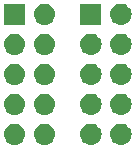
<source format=gbr>
G04 #@! TF.GenerationSoftware,KiCad,Pcbnew,(5.1.0-0)*
G04 #@! TF.CreationDate,2019-08-08T22:33:38-04:00*
G04 #@! TF.ProjectId,Dell Optiplex USB Header Sense Adapter,44656c6c-204f-4707-9469-706c65782055,rev?*
G04 #@! TF.SameCoordinates,Original*
G04 #@! TF.FileFunction,Soldermask,Top*
G04 #@! TF.FilePolarity,Negative*
%FSLAX46Y46*%
G04 Gerber Fmt 4.6, Leading zero omitted, Abs format (unit mm)*
G04 Created by KiCad (PCBNEW (5.1.0-0)) date 2019-08-08 22:33:38*
%MOMM*%
%LPD*%
G04 APERTURE LIST*
%ADD10C,0.100000*%
G04 APERTURE END LIST*
D10*
G36*
X165110443Y-98090519D02*
G01*
X165176627Y-98097037D01*
X165346466Y-98148557D01*
X165502991Y-98232222D01*
X165538729Y-98261552D01*
X165640186Y-98344814D01*
X165723448Y-98446271D01*
X165752778Y-98482009D01*
X165836443Y-98638534D01*
X165887963Y-98808373D01*
X165905359Y-98985000D01*
X165887963Y-99161627D01*
X165836443Y-99331466D01*
X165752778Y-99487991D01*
X165723448Y-99523729D01*
X165640186Y-99625186D01*
X165538729Y-99708448D01*
X165502991Y-99737778D01*
X165346466Y-99821443D01*
X165176627Y-99872963D01*
X165110443Y-99879481D01*
X165044260Y-99886000D01*
X164955740Y-99886000D01*
X164889557Y-99879481D01*
X164823373Y-99872963D01*
X164653534Y-99821443D01*
X164497009Y-99737778D01*
X164461271Y-99708448D01*
X164359814Y-99625186D01*
X164276552Y-99523729D01*
X164247222Y-99487991D01*
X164163557Y-99331466D01*
X164112037Y-99161627D01*
X164094641Y-98985000D01*
X164112037Y-98808373D01*
X164163557Y-98638534D01*
X164247222Y-98482009D01*
X164276552Y-98446271D01*
X164359814Y-98344814D01*
X164461271Y-98261552D01*
X164497009Y-98232222D01*
X164653534Y-98148557D01*
X164823373Y-98097037D01*
X164889557Y-98090519D01*
X164955740Y-98084000D01*
X165044260Y-98084000D01*
X165110443Y-98090519D01*
X165110443Y-98090519D01*
G37*
G36*
X162570443Y-98090519D02*
G01*
X162636627Y-98097037D01*
X162806466Y-98148557D01*
X162962991Y-98232222D01*
X162998729Y-98261552D01*
X163100186Y-98344814D01*
X163183448Y-98446271D01*
X163212778Y-98482009D01*
X163296443Y-98638534D01*
X163347963Y-98808373D01*
X163365359Y-98985000D01*
X163347963Y-99161627D01*
X163296443Y-99331466D01*
X163212778Y-99487991D01*
X163183448Y-99523729D01*
X163100186Y-99625186D01*
X162998729Y-99708448D01*
X162962991Y-99737778D01*
X162806466Y-99821443D01*
X162636627Y-99872963D01*
X162570443Y-99879481D01*
X162504260Y-99886000D01*
X162415740Y-99886000D01*
X162349557Y-99879481D01*
X162283373Y-99872963D01*
X162113534Y-99821443D01*
X161957009Y-99737778D01*
X161921271Y-99708448D01*
X161819814Y-99625186D01*
X161736552Y-99523729D01*
X161707222Y-99487991D01*
X161623557Y-99331466D01*
X161572037Y-99161627D01*
X161554641Y-98985000D01*
X161572037Y-98808373D01*
X161623557Y-98638534D01*
X161707222Y-98482009D01*
X161736552Y-98446271D01*
X161819814Y-98344814D01*
X161921271Y-98261552D01*
X161957009Y-98232222D01*
X162113534Y-98148557D01*
X162283373Y-98097037D01*
X162349557Y-98090519D01*
X162415740Y-98084000D01*
X162504260Y-98084000D01*
X162570443Y-98090519D01*
X162570443Y-98090519D01*
G37*
G36*
X158650443Y-98090519D02*
G01*
X158716627Y-98097037D01*
X158886466Y-98148557D01*
X159042991Y-98232222D01*
X159078729Y-98261552D01*
X159180186Y-98344814D01*
X159263448Y-98446271D01*
X159292778Y-98482009D01*
X159376443Y-98638534D01*
X159427963Y-98808373D01*
X159445359Y-98985000D01*
X159427963Y-99161627D01*
X159376443Y-99331466D01*
X159292778Y-99487991D01*
X159263448Y-99523729D01*
X159180186Y-99625186D01*
X159078729Y-99708448D01*
X159042991Y-99737778D01*
X158886466Y-99821443D01*
X158716627Y-99872963D01*
X158650443Y-99879481D01*
X158584260Y-99886000D01*
X158495740Y-99886000D01*
X158429557Y-99879481D01*
X158363373Y-99872963D01*
X158193534Y-99821443D01*
X158037009Y-99737778D01*
X158001271Y-99708448D01*
X157899814Y-99625186D01*
X157816552Y-99523729D01*
X157787222Y-99487991D01*
X157703557Y-99331466D01*
X157652037Y-99161627D01*
X157634641Y-98985000D01*
X157652037Y-98808373D01*
X157703557Y-98638534D01*
X157787222Y-98482009D01*
X157816552Y-98446271D01*
X157899814Y-98344814D01*
X158001271Y-98261552D01*
X158037009Y-98232222D01*
X158193534Y-98148557D01*
X158363373Y-98097037D01*
X158429557Y-98090519D01*
X158495740Y-98084000D01*
X158584260Y-98084000D01*
X158650443Y-98090519D01*
X158650443Y-98090519D01*
G37*
G36*
X156110443Y-98090519D02*
G01*
X156176627Y-98097037D01*
X156346466Y-98148557D01*
X156502991Y-98232222D01*
X156538729Y-98261552D01*
X156640186Y-98344814D01*
X156723448Y-98446271D01*
X156752778Y-98482009D01*
X156836443Y-98638534D01*
X156887963Y-98808373D01*
X156905359Y-98985000D01*
X156887963Y-99161627D01*
X156836443Y-99331466D01*
X156752778Y-99487991D01*
X156723448Y-99523729D01*
X156640186Y-99625186D01*
X156538729Y-99708448D01*
X156502991Y-99737778D01*
X156346466Y-99821443D01*
X156176627Y-99872963D01*
X156110443Y-99879481D01*
X156044260Y-99886000D01*
X155955740Y-99886000D01*
X155889557Y-99879481D01*
X155823373Y-99872963D01*
X155653534Y-99821443D01*
X155497009Y-99737778D01*
X155461271Y-99708448D01*
X155359814Y-99625186D01*
X155276552Y-99523729D01*
X155247222Y-99487991D01*
X155163557Y-99331466D01*
X155112037Y-99161627D01*
X155094641Y-98985000D01*
X155112037Y-98808373D01*
X155163557Y-98638534D01*
X155247222Y-98482009D01*
X155276552Y-98446271D01*
X155359814Y-98344814D01*
X155461271Y-98261552D01*
X155497009Y-98232222D01*
X155653534Y-98148557D01*
X155823373Y-98097037D01*
X155889557Y-98090519D01*
X155955740Y-98084000D01*
X156044260Y-98084000D01*
X156110443Y-98090519D01*
X156110443Y-98090519D01*
G37*
G36*
X165110443Y-95550519D02*
G01*
X165176627Y-95557037D01*
X165346466Y-95608557D01*
X165502991Y-95692222D01*
X165538729Y-95721552D01*
X165640186Y-95804814D01*
X165723448Y-95906271D01*
X165752778Y-95942009D01*
X165836443Y-96098534D01*
X165887963Y-96268373D01*
X165905359Y-96445000D01*
X165887963Y-96621627D01*
X165836443Y-96791466D01*
X165752778Y-96947991D01*
X165723448Y-96983729D01*
X165640186Y-97085186D01*
X165538729Y-97168448D01*
X165502991Y-97197778D01*
X165346466Y-97281443D01*
X165176627Y-97332963D01*
X165110442Y-97339482D01*
X165044260Y-97346000D01*
X164955740Y-97346000D01*
X164889558Y-97339482D01*
X164823373Y-97332963D01*
X164653534Y-97281443D01*
X164497009Y-97197778D01*
X164461271Y-97168448D01*
X164359814Y-97085186D01*
X164276552Y-96983729D01*
X164247222Y-96947991D01*
X164163557Y-96791466D01*
X164112037Y-96621627D01*
X164094641Y-96445000D01*
X164112037Y-96268373D01*
X164163557Y-96098534D01*
X164247222Y-95942009D01*
X164276552Y-95906271D01*
X164359814Y-95804814D01*
X164461271Y-95721552D01*
X164497009Y-95692222D01*
X164653534Y-95608557D01*
X164823373Y-95557037D01*
X164889558Y-95550518D01*
X164955740Y-95544000D01*
X165044260Y-95544000D01*
X165110443Y-95550519D01*
X165110443Y-95550519D01*
G37*
G36*
X158650443Y-95550519D02*
G01*
X158716627Y-95557037D01*
X158886466Y-95608557D01*
X159042991Y-95692222D01*
X159078729Y-95721552D01*
X159180186Y-95804814D01*
X159263448Y-95906271D01*
X159292778Y-95942009D01*
X159376443Y-96098534D01*
X159427963Y-96268373D01*
X159445359Y-96445000D01*
X159427963Y-96621627D01*
X159376443Y-96791466D01*
X159292778Y-96947991D01*
X159263448Y-96983729D01*
X159180186Y-97085186D01*
X159078729Y-97168448D01*
X159042991Y-97197778D01*
X158886466Y-97281443D01*
X158716627Y-97332963D01*
X158650442Y-97339482D01*
X158584260Y-97346000D01*
X158495740Y-97346000D01*
X158429558Y-97339482D01*
X158363373Y-97332963D01*
X158193534Y-97281443D01*
X158037009Y-97197778D01*
X158001271Y-97168448D01*
X157899814Y-97085186D01*
X157816552Y-96983729D01*
X157787222Y-96947991D01*
X157703557Y-96791466D01*
X157652037Y-96621627D01*
X157634641Y-96445000D01*
X157652037Y-96268373D01*
X157703557Y-96098534D01*
X157787222Y-95942009D01*
X157816552Y-95906271D01*
X157899814Y-95804814D01*
X158001271Y-95721552D01*
X158037009Y-95692222D01*
X158193534Y-95608557D01*
X158363373Y-95557037D01*
X158429558Y-95550518D01*
X158495740Y-95544000D01*
X158584260Y-95544000D01*
X158650443Y-95550519D01*
X158650443Y-95550519D01*
G37*
G36*
X156110443Y-95550519D02*
G01*
X156176627Y-95557037D01*
X156346466Y-95608557D01*
X156502991Y-95692222D01*
X156538729Y-95721552D01*
X156640186Y-95804814D01*
X156723448Y-95906271D01*
X156752778Y-95942009D01*
X156836443Y-96098534D01*
X156887963Y-96268373D01*
X156905359Y-96445000D01*
X156887963Y-96621627D01*
X156836443Y-96791466D01*
X156752778Y-96947991D01*
X156723448Y-96983729D01*
X156640186Y-97085186D01*
X156538729Y-97168448D01*
X156502991Y-97197778D01*
X156346466Y-97281443D01*
X156176627Y-97332963D01*
X156110442Y-97339482D01*
X156044260Y-97346000D01*
X155955740Y-97346000D01*
X155889558Y-97339482D01*
X155823373Y-97332963D01*
X155653534Y-97281443D01*
X155497009Y-97197778D01*
X155461271Y-97168448D01*
X155359814Y-97085186D01*
X155276552Y-96983729D01*
X155247222Y-96947991D01*
X155163557Y-96791466D01*
X155112037Y-96621627D01*
X155094641Y-96445000D01*
X155112037Y-96268373D01*
X155163557Y-96098534D01*
X155247222Y-95942009D01*
X155276552Y-95906271D01*
X155359814Y-95804814D01*
X155461271Y-95721552D01*
X155497009Y-95692222D01*
X155653534Y-95608557D01*
X155823373Y-95557037D01*
X155889558Y-95550518D01*
X155955740Y-95544000D01*
X156044260Y-95544000D01*
X156110443Y-95550519D01*
X156110443Y-95550519D01*
G37*
G36*
X162570443Y-95550519D02*
G01*
X162636627Y-95557037D01*
X162806466Y-95608557D01*
X162962991Y-95692222D01*
X162998729Y-95721552D01*
X163100186Y-95804814D01*
X163183448Y-95906271D01*
X163212778Y-95942009D01*
X163296443Y-96098534D01*
X163347963Y-96268373D01*
X163365359Y-96445000D01*
X163347963Y-96621627D01*
X163296443Y-96791466D01*
X163212778Y-96947991D01*
X163183448Y-96983729D01*
X163100186Y-97085186D01*
X162998729Y-97168448D01*
X162962991Y-97197778D01*
X162806466Y-97281443D01*
X162636627Y-97332963D01*
X162570442Y-97339482D01*
X162504260Y-97346000D01*
X162415740Y-97346000D01*
X162349558Y-97339482D01*
X162283373Y-97332963D01*
X162113534Y-97281443D01*
X161957009Y-97197778D01*
X161921271Y-97168448D01*
X161819814Y-97085186D01*
X161736552Y-96983729D01*
X161707222Y-96947991D01*
X161623557Y-96791466D01*
X161572037Y-96621627D01*
X161554641Y-96445000D01*
X161572037Y-96268373D01*
X161623557Y-96098534D01*
X161707222Y-95942009D01*
X161736552Y-95906271D01*
X161819814Y-95804814D01*
X161921271Y-95721552D01*
X161957009Y-95692222D01*
X162113534Y-95608557D01*
X162283373Y-95557037D01*
X162349558Y-95550518D01*
X162415740Y-95544000D01*
X162504260Y-95544000D01*
X162570443Y-95550519D01*
X162570443Y-95550519D01*
G37*
G36*
X162570442Y-93010518D02*
G01*
X162636627Y-93017037D01*
X162806466Y-93068557D01*
X162962991Y-93152222D01*
X162998729Y-93181552D01*
X163100186Y-93264814D01*
X163183448Y-93366271D01*
X163212778Y-93402009D01*
X163296443Y-93558534D01*
X163347963Y-93728373D01*
X163365359Y-93905000D01*
X163347963Y-94081627D01*
X163296443Y-94251466D01*
X163212778Y-94407991D01*
X163183448Y-94443729D01*
X163100186Y-94545186D01*
X162998729Y-94628448D01*
X162962991Y-94657778D01*
X162806466Y-94741443D01*
X162636627Y-94792963D01*
X162570443Y-94799481D01*
X162504260Y-94806000D01*
X162415740Y-94806000D01*
X162349557Y-94799481D01*
X162283373Y-94792963D01*
X162113534Y-94741443D01*
X161957009Y-94657778D01*
X161921271Y-94628448D01*
X161819814Y-94545186D01*
X161736552Y-94443729D01*
X161707222Y-94407991D01*
X161623557Y-94251466D01*
X161572037Y-94081627D01*
X161554641Y-93905000D01*
X161572037Y-93728373D01*
X161623557Y-93558534D01*
X161707222Y-93402009D01*
X161736552Y-93366271D01*
X161819814Y-93264814D01*
X161921271Y-93181552D01*
X161957009Y-93152222D01*
X162113534Y-93068557D01*
X162283373Y-93017037D01*
X162349558Y-93010518D01*
X162415740Y-93004000D01*
X162504260Y-93004000D01*
X162570442Y-93010518D01*
X162570442Y-93010518D01*
G37*
G36*
X165110442Y-93010518D02*
G01*
X165176627Y-93017037D01*
X165346466Y-93068557D01*
X165502991Y-93152222D01*
X165538729Y-93181552D01*
X165640186Y-93264814D01*
X165723448Y-93366271D01*
X165752778Y-93402009D01*
X165836443Y-93558534D01*
X165887963Y-93728373D01*
X165905359Y-93905000D01*
X165887963Y-94081627D01*
X165836443Y-94251466D01*
X165752778Y-94407991D01*
X165723448Y-94443729D01*
X165640186Y-94545186D01*
X165538729Y-94628448D01*
X165502991Y-94657778D01*
X165346466Y-94741443D01*
X165176627Y-94792963D01*
X165110443Y-94799481D01*
X165044260Y-94806000D01*
X164955740Y-94806000D01*
X164889557Y-94799481D01*
X164823373Y-94792963D01*
X164653534Y-94741443D01*
X164497009Y-94657778D01*
X164461271Y-94628448D01*
X164359814Y-94545186D01*
X164276552Y-94443729D01*
X164247222Y-94407991D01*
X164163557Y-94251466D01*
X164112037Y-94081627D01*
X164094641Y-93905000D01*
X164112037Y-93728373D01*
X164163557Y-93558534D01*
X164247222Y-93402009D01*
X164276552Y-93366271D01*
X164359814Y-93264814D01*
X164461271Y-93181552D01*
X164497009Y-93152222D01*
X164653534Y-93068557D01*
X164823373Y-93017037D01*
X164889558Y-93010518D01*
X164955740Y-93004000D01*
X165044260Y-93004000D01*
X165110442Y-93010518D01*
X165110442Y-93010518D01*
G37*
G36*
X156110442Y-93010518D02*
G01*
X156176627Y-93017037D01*
X156346466Y-93068557D01*
X156502991Y-93152222D01*
X156538729Y-93181552D01*
X156640186Y-93264814D01*
X156723448Y-93366271D01*
X156752778Y-93402009D01*
X156836443Y-93558534D01*
X156887963Y-93728373D01*
X156905359Y-93905000D01*
X156887963Y-94081627D01*
X156836443Y-94251466D01*
X156752778Y-94407991D01*
X156723448Y-94443729D01*
X156640186Y-94545186D01*
X156538729Y-94628448D01*
X156502991Y-94657778D01*
X156346466Y-94741443D01*
X156176627Y-94792963D01*
X156110443Y-94799481D01*
X156044260Y-94806000D01*
X155955740Y-94806000D01*
X155889557Y-94799481D01*
X155823373Y-94792963D01*
X155653534Y-94741443D01*
X155497009Y-94657778D01*
X155461271Y-94628448D01*
X155359814Y-94545186D01*
X155276552Y-94443729D01*
X155247222Y-94407991D01*
X155163557Y-94251466D01*
X155112037Y-94081627D01*
X155094641Y-93905000D01*
X155112037Y-93728373D01*
X155163557Y-93558534D01*
X155247222Y-93402009D01*
X155276552Y-93366271D01*
X155359814Y-93264814D01*
X155461271Y-93181552D01*
X155497009Y-93152222D01*
X155653534Y-93068557D01*
X155823373Y-93017037D01*
X155889558Y-93010518D01*
X155955740Y-93004000D01*
X156044260Y-93004000D01*
X156110442Y-93010518D01*
X156110442Y-93010518D01*
G37*
G36*
X158650442Y-93010518D02*
G01*
X158716627Y-93017037D01*
X158886466Y-93068557D01*
X159042991Y-93152222D01*
X159078729Y-93181552D01*
X159180186Y-93264814D01*
X159263448Y-93366271D01*
X159292778Y-93402009D01*
X159376443Y-93558534D01*
X159427963Y-93728373D01*
X159445359Y-93905000D01*
X159427963Y-94081627D01*
X159376443Y-94251466D01*
X159292778Y-94407991D01*
X159263448Y-94443729D01*
X159180186Y-94545186D01*
X159078729Y-94628448D01*
X159042991Y-94657778D01*
X158886466Y-94741443D01*
X158716627Y-94792963D01*
X158650443Y-94799481D01*
X158584260Y-94806000D01*
X158495740Y-94806000D01*
X158429557Y-94799481D01*
X158363373Y-94792963D01*
X158193534Y-94741443D01*
X158037009Y-94657778D01*
X158001271Y-94628448D01*
X157899814Y-94545186D01*
X157816552Y-94443729D01*
X157787222Y-94407991D01*
X157703557Y-94251466D01*
X157652037Y-94081627D01*
X157634641Y-93905000D01*
X157652037Y-93728373D01*
X157703557Y-93558534D01*
X157787222Y-93402009D01*
X157816552Y-93366271D01*
X157899814Y-93264814D01*
X158001271Y-93181552D01*
X158037009Y-93152222D01*
X158193534Y-93068557D01*
X158363373Y-93017037D01*
X158429558Y-93010518D01*
X158495740Y-93004000D01*
X158584260Y-93004000D01*
X158650442Y-93010518D01*
X158650442Y-93010518D01*
G37*
G36*
X156110442Y-90470518D02*
G01*
X156176627Y-90477037D01*
X156346466Y-90528557D01*
X156502991Y-90612222D01*
X156538729Y-90641552D01*
X156640186Y-90724814D01*
X156723448Y-90826271D01*
X156752778Y-90862009D01*
X156836443Y-91018534D01*
X156887963Y-91188373D01*
X156905359Y-91365000D01*
X156887963Y-91541627D01*
X156836443Y-91711466D01*
X156752778Y-91867991D01*
X156723448Y-91903729D01*
X156640186Y-92005186D01*
X156538729Y-92088448D01*
X156502991Y-92117778D01*
X156346466Y-92201443D01*
X156176627Y-92252963D01*
X156110442Y-92259482D01*
X156044260Y-92266000D01*
X155955740Y-92266000D01*
X155889558Y-92259482D01*
X155823373Y-92252963D01*
X155653534Y-92201443D01*
X155497009Y-92117778D01*
X155461271Y-92088448D01*
X155359814Y-92005186D01*
X155276552Y-91903729D01*
X155247222Y-91867991D01*
X155163557Y-91711466D01*
X155112037Y-91541627D01*
X155094641Y-91365000D01*
X155112037Y-91188373D01*
X155163557Y-91018534D01*
X155247222Y-90862009D01*
X155276552Y-90826271D01*
X155359814Y-90724814D01*
X155461271Y-90641552D01*
X155497009Y-90612222D01*
X155653534Y-90528557D01*
X155823373Y-90477037D01*
X155889558Y-90470518D01*
X155955740Y-90464000D01*
X156044260Y-90464000D01*
X156110442Y-90470518D01*
X156110442Y-90470518D01*
G37*
G36*
X162570442Y-90470518D02*
G01*
X162636627Y-90477037D01*
X162806466Y-90528557D01*
X162962991Y-90612222D01*
X162998729Y-90641552D01*
X163100186Y-90724814D01*
X163183448Y-90826271D01*
X163212778Y-90862009D01*
X163296443Y-91018534D01*
X163347963Y-91188373D01*
X163365359Y-91365000D01*
X163347963Y-91541627D01*
X163296443Y-91711466D01*
X163212778Y-91867991D01*
X163183448Y-91903729D01*
X163100186Y-92005186D01*
X162998729Y-92088448D01*
X162962991Y-92117778D01*
X162806466Y-92201443D01*
X162636627Y-92252963D01*
X162570442Y-92259482D01*
X162504260Y-92266000D01*
X162415740Y-92266000D01*
X162349558Y-92259482D01*
X162283373Y-92252963D01*
X162113534Y-92201443D01*
X161957009Y-92117778D01*
X161921271Y-92088448D01*
X161819814Y-92005186D01*
X161736552Y-91903729D01*
X161707222Y-91867991D01*
X161623557Y-91711466D01*
X161572037Y-91541627D01*
X161554641Y-91365000D01*
X161572037Y-91188373D01*
X161623557Y-91018534D01*
X161707222Y-90862009D01*
X161736552Y-90826271D01*
X161819814Y-90724814D01*
X161921271Y-90641552D01*
X161957009Y-90612222D01*
X162113534Y-90528557D01*
X162283373Y-90477037D01*
X162349558Y-90470518D01*
X162415740Y-90464000D01*
X162504260Y-90464000D01*
X162570442Y-90470518D01*
X162570442Y-90470518D01*
G37*
G36*
X165110442Y-90470518D02*
G01*
X165176627Y-90477037D01*
X165346466Y-90528557D01*
X165502991Y-90612222D01*
X165538729Y-90641552D01*
X165640186Y-90724814D01*
X165723448Y-90826271D01*
X165752778Y-90862009D01*
X165836443Y-91018534D01*
X165887963Y-91188373D01*
X165905359Y-91365000D01*
X165887963Y-91541627D01*
X165836443Y-91711466D01*
X165752778Y-91867991D01*
X165723448Y-91903729D01*
X165640186Y-92005186D01*
X165538729Y-92088448D01*
X165502991Y-92117778D01*
X165346466Y-92201443D01*
X165176627Y-92252963D01*
X165110442Y-92259482D01*
X165044260Y-92266000D01*
X164955740Y-92266000D01*
X164889558Y-92259482D01*
X164823373Y-92252963D01*
X164653534Y-92201443D01*
X164497009Y-92117778D01*
X164461271Y-92088448D01*
X164359814Y-92005186D01*
X164276552Y-91903729D01*
X164247222Y-91867991D01*
X164163557Y-91711466D01*
X164112037Y-91541627D01*
X164094641Y-91365000D01*
X164112037Y-91188373D01*
X164163557Y-91018534D01*
X164247222Y-90862009D01*
X164276552Y-90826271D01*
X164359814Y-90724814D01*
X164461271Y-90641552D01*
X164497009Y-90612222D01*
X164653534Y-90528557D01*
X164823373Y-90477037D01*
X164889558Y-90470518D01*
X164955740Y-90464000D01*
X165044260Y-90464000D01*
X165110442Y-90470518D01*
X165110442Y-90470518D01*
G37*
G36*
X158650442Y-90470518D02*
G01*
X158716627Y-90477037D01*
X158886466Y-90528557D01*
X159042991Y-90612222D01*
X159078729Y-90641552D01*
X159180186Y-90724814D01*
X159263448Y-90826271D01*
X159292778Y-90862009D01*
X159376443Y-91018534D01*
X159427963Y-91188373D01*
X159445359Y-91365000D01*
X159427963Y-91541627D01*
X159376443Y-91711466D01*
X159292778Y-91867991D01*
X159263448Y-91903729D01*
X159180186Y-92005186D01*
X159078729Y-92088448D01*
X159042991Y-92117778D01*
X158886466Y-92201443D01*
X158716627Y-92252963D01*
X158650442Y-92259482D01*
X158584260Y-92266000D01*
X158495740Y-92266000D01*
X158429558Y-92259482D01*
X158363373Y-92252963D01*
X158193534Y-92201443D01*
X158037009Y-92117778D01*
X158001271Y-92088448D01*
X157899814Y-92005186D01*
X157816552Y-91903729D01*
X157787222Y-91867991D01*
X157703557Y-91711466D01*
X157652037Y-91541627D01*
X157634641Y-91365000D01*
X157652037Y-91188373D01*
X157703557Y-91018534D01*
X157787222Y-90862009D01*
X157816552Y-90826271D01*
X157899814Y-90724814D01*
X158001271Y-90641552D01*
X158037009Y-90612222D01*
X158193534Y-90528557D01*
X158363373Y-90477037D01*
X158429558Y-90470518D01*
X158495740Y-90464000D01*
X158584260Y-90464000D01*
X158650442Y-90470518D01*
X158650442Y-90470518D01*
G37*
G36*
X163361000Y-89726000D02*
G01*
X161559000Y-89726000D01*
X161559000Y-87924000D01*
X163361000Y-87924000D01*
X163361000Y-89726000D01*
X163361000Y-89726000D01*
G37*
G36*
X158650443Y-87930519D02*
G01*
X158716627Y-87937037D01*
X158886466Y-87988557D01*
X159042991Y-88072222D01*
X159078729Y-88101552D01*
X159180186Y-88184814D01*
X159263448Y-88286271D01*
X159292778Y-88322009D01*
X159376443Y-88478534D01*
X159427963Y-88648373D01*
X159445359Y-88825000D01*
X159427963Y-89001627D01*
X159376443Y-89171466D01*
X159292778Y-89327991D01*
X159263448Y-89363729D01*
X159180186Y-89465186D01*
X159078729Y-89548448D01*
X159042991Y-89577778D01*
X158886466Y-89661443D01*
X158716627Y-89712963D01*
X158650442Y-89719482D01*
X158584260Y-89726000D01*
X158495740Y-89726000D01*
X158429558Y-89719482D01*
X158363373Y-89712963D01*
X158193534Y-89661443D01*
X158037009Y-89577778D01*
X158001271Y-89548448D01*
X157899814Y-89465186D01*
X157816552Y-89363729D01*
X157787222Y-89327991D01*
X157703557Y-89171466D01*
X157652037Y-89001627D01*
X157634641Y-88825000D01*
X157652037Y-88648373D01*
X157703557Y-88478534D01*
X157787222Y-88322009D01*
X157816552Y-88286271D01*
X157899814Y-88184814D01*
X158001271Y-88101552D01*
X158037009Y-88072222D01*
X158193534Y-87988557D01*
X158363373Y-87937037D01*
X158429557Y-87930519D01*
X158495740Y-87924000D01*
X158584260Y-87924000D01*
X158650443Y-87930519D01*
X158650443Y-87930519D01*
G37*
G36*
X156901000Y-89726000D02*
G01*
X155099000Y-89726000D01*
X155099000Y-87924000D01*
X156901000Y-87924000D01*
X156901000Y-89726000D01*
X156901000Y-89726000D01*
G37*
G36*
X165110443Y-87930519D02*
G01*
X165176627Y-87937037D01*
X165346466Y-87988557D01*
X165502991Y-88072222D01*
X165538729Y-88101552D01*
X165640186Y-88184814D01*
X165723448Y-88286271D01*
X165752778Y-88322009D01*
X165836443Y-88478534D01*
X165887963Y-88648373D01*
X165905359Y-88825000D01*
X165887963Y-89001627D01*
X165836443Y-89171466D01*
X165752778Y-89327991D01*
X165723448Y-89363729D01*
X165640186Y-89465186D01*
X165538729Y-89548448D01*
X165502991Y-89577778D01*
X165346466Y-89661443D01*
X165176627Y-89712963D01*
X165110442Y-89719482D01*
X165044260Y-89726000D01*
X164955740Y-89726000D01*
X164889558Y-89719482D01*
X164823373Y-89712963D01*
X164653534Y-89661443D01*
X164497009Y-89577778D01*
X164461271Y-89548448D01*
X164359814Y-89465186D01*
X164276552Y-89363729D01*
X164247222Y-89327991D01*
X164163557Y-89171466D01*
X164112037Y-89001627D01*
X164094641Y-88825000D01*
X164112037Y-88648373D01*
X164163557Y-88478534D01*
X164247222Y-88322009D01*
X164276552Y-88286271D01*
X164359814Y-88184814D01*
X164461271Y-88101552D01*
X164497009Y-88072222D01*
X164653534Y-87988557D01*
X164823373Y-87937037D01*
X164889557Y-87930519D01*
X164955740Y-87924000D01*
X165044260Y-87924000D01*
X165110443Y-87930519D01*
X165110443Y-87930519D01*
G37*
M02*

</source>
